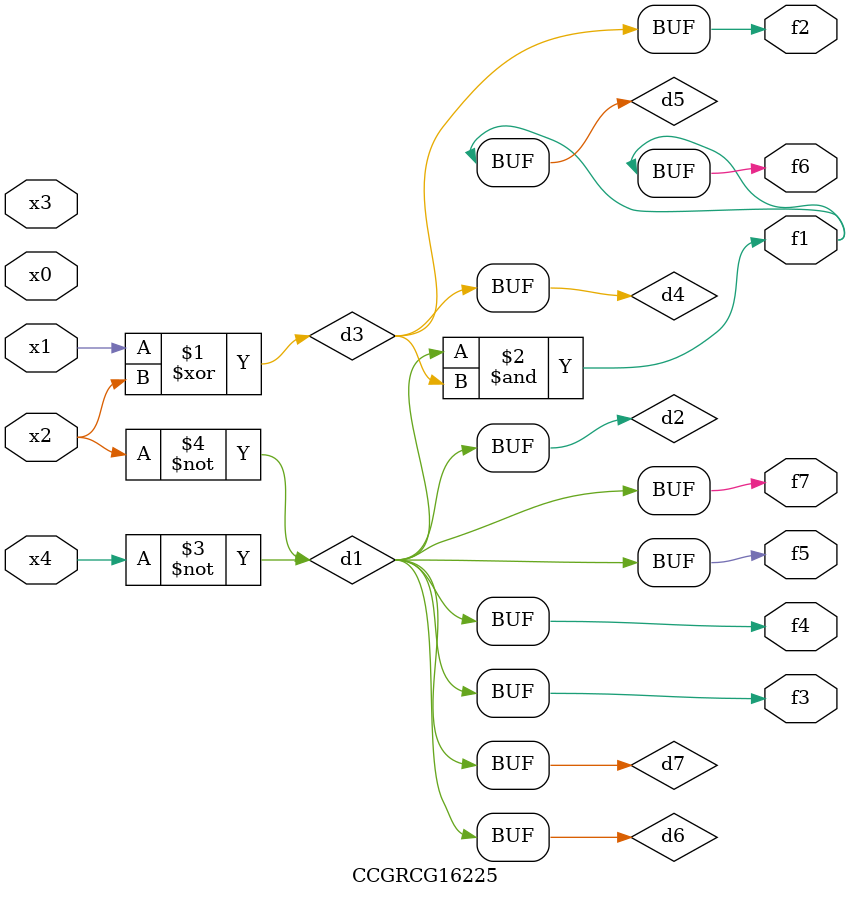
<source format=v>
module CCGRCG16225(
	input x0, x1, x2, x3, x4,
	output f1, f2, f3, f4, f5, f6, f7
);

	wire d1, d2, d3, d4, d5, d6, d7;

	not (d1, x4);
	not (d2, x2);
	xor (d3, x1, x2);
	buf (d4, d3);
	and (d5, d1, d3);
	buf (d6, d1, d2);
	buf (d7, d2);
	assign f1 = d5;
	assign f2 = d4;
	assign f3 = d7;
	assign f4 = d7;
	assign f5 = d7;
	assign f6 = d5;
	assign f7 = d7;
endmodule

</source>
